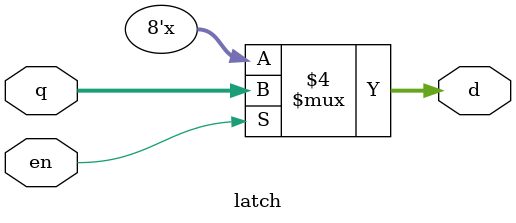
<source format=sv>
module latch(q,en,d);
parameter n=8;
input bit [n-1:0]  q;
input en;
output bit [n-1:0] d; 
always@(*) 
	if(en==1'b1) d<=q;
	else d<=d;
endmodule

</source>
